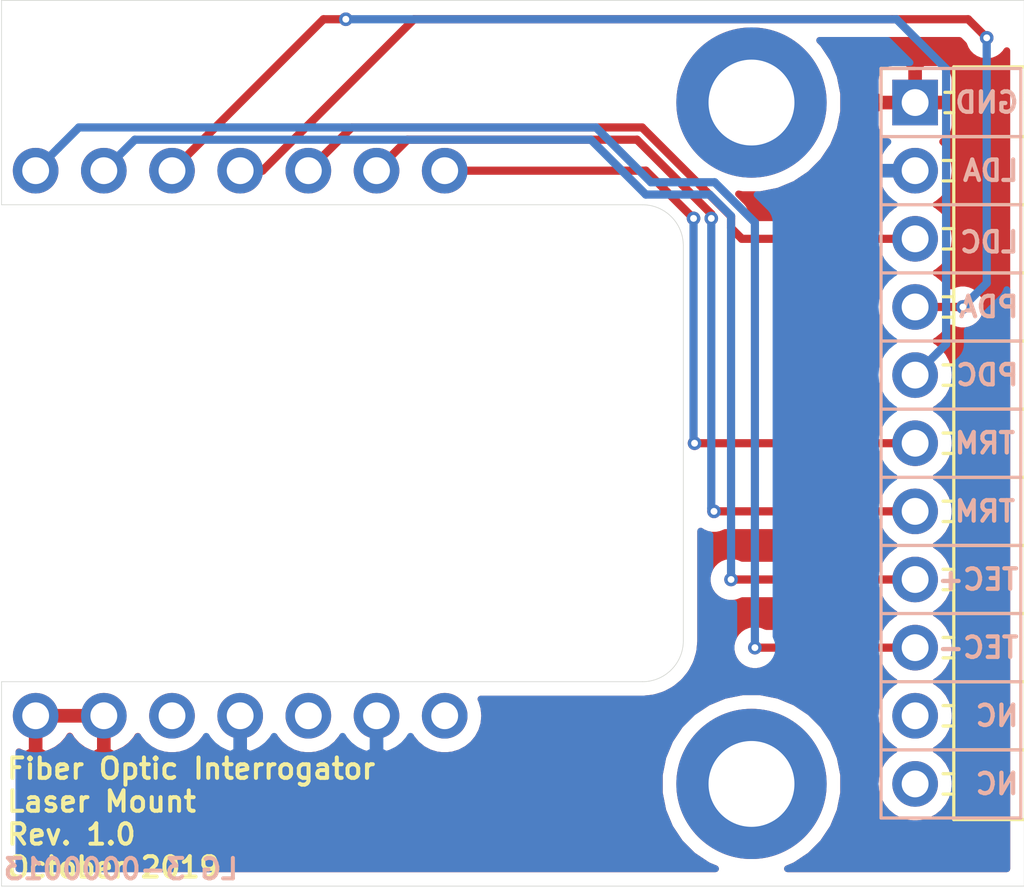
<source format=kicad_pcb>
(kicad_pcb (version 20171130) (host pcbnew "(5.1.2)-1")

  (general
    (thickness 1.6)
    (drawings 37)
    (tracks 60)
    (zones 0)
    (modules 4)
    (nets 10)
  )

  (page A4)
  (layers
    (0 F.Cu signal hide)
    (31 B.Cu signal hide)
    (32 B.Adhes user)
    (33 F.Adhes user)
    (34 B.Paste user)
    (35 F.Paste user)
    (36 B.SilkS user)
    (37 F.SilkS user)
    (38 B.Mask user)
    (39 F.Mask user)
    (40 Dwgs.User user)
    (41 Cmts.User user)
    (42 Eco1.User user)
    (43 Eco2.User user)
    (44 Edge.Cuts user)
    (45 Margin user)
    (46 B.CrtYd user)
    (47 F.CrtYd user)
    (48 B.Fab user)
    (49 F.Fab user)
  )

  (setup
    (last_trace_width 0.508)
    (user_trace_width 0.1524)
    (user_trace_width 0.254)
    (user_trace_width 0.3048)
    (user_trace_width 0.508)
    (user_trace_width 0.635)
    (user_trace_width 0.762)
    (user_trace_width 1.016)
    (user_trace_width 1.27)
    (user_trace_width 2.54)
    (trace_clearance 0.1524)
    (zone_clearance 0.508)
    (zone_45_only no)
    (trace_min 0.1524)
    (via_size 0.508)
    (via_drill 0.254)
    (via_min_size 0.508)
    (via_min_drill 0.254)
    (user_via 0.508 0.254)
    (user_via 1.016 0.508)
    (user_via 1.27 0.508)
    (uvia_size 0.508)
    (uvia_drill 0.254)
    (uvias_allowed no)
    (uvia_min_size 0.508)
    (uvia_min_drill 0.254)
    (edge_width 0.05)
    (segment_width 0.2)
    (pcb_text_width 0.3)
    (pcb_text_size 1.5 1.5)
    (mod_edge_width 0.12)
    (mod_text_size 1 1)
    (mod_text_width 0.15)
    (pad_size 1.524 1.524)
    (pad_drill 0.762)
    (pad_to_mask_clearance 0.0508)
    (aux_axis_origin 117.856002 85.090002)
    (grid_origin 117.856 85.09)
    (visible_elements FFFFFF7F)
    (pcbplotparams
      (layerselection 0x010fc_ffffffff)
      (usegerberextensions false)
      (usegerberattributes false)
      (usegerberadvancedattributes false)
      (creategerberjobfile false)
      (excludeedgelayer true)
      (linewidth 0.100000)
      (plotframeref false)
      (viasonmask false)
      (mode 1)
      (useauxorigin false)
      (hpglpennumber 1)
      (hpglpenspeed 20)
      (hpglpendiameter 15.000000)
      (psnegative false)
      (psa4output false)
      (plotreference true)
      (plotvalue true)
      (plotinvisibletext false)
      (padsonsilk false)
      (subtractmaskfromsilk false)
      (outputformat 1)
      (mirror false)
      (drillshape 1)
      (scaleselection 1)
      (outputdirectory ""))
  )

  (net 0 "")
  (net 1 TEC-)
  (net 2 TEC+)
  (net 3 THERMB)
  (net 4 THERMA)
  (net 5 PDC)
  (net 6 PDA)
  (net 7 LDC)
  (net 8 LDA)
  (net 9 GND)

  (net_class Default "This is the default net class."
    (clearance 0.1524)
    (trace_width 0.1524)
    (via_dia 0.508)
    (via_drill 0.254)
    (uvia_dia 0.508)
    (uvia_drill 0.254)
    (diff_pair_width 0.1524)
    (diff_pair_gap 0.254)
    (add_net GND)
    (add_net LDA)
    (add_net LDC)
    (add_net PDA)
    (add_net PDC)
    (add_net TEC+)
    (add_net TEC-)
    (add_net THERMA)
    (add_net THERMB)
  )

  (module Mounting_Holes:MountingHole_3.2mm_M3_DIN965_Pad (layer F.Cu) (tedit 56D1B4CB) (tstamp 5DB34F9E)
    (at 145.796 88.9)
    (descr "Mounting Hole 3.2mm, M3, DIN965")
    (tags "mounting hole 3.2mm m3 din965")
    (path /5DC3EDF0)
    (attr virtual)
    (fp_text reference H1 (at 0 -3.8) (layer F.SilkS) hide
      (effects (font (size 1 1) (thickness 0.15)))
    )
    (fp_text value M3 (at 0 3.8) (layer F.Fab)
      (effects (font (size 1 1) (thickness 0.15)))
    )
    (fp_circle (center 0 0) (end 3.05 0) (layer F.CrtYd) (width 0.05))
    (fp_circle (center 0 0) (end 2.8 0) (layer Cmts.User) (width 0.15))
    (fp_text user %R (at 0.3 0) (layer F.Fab)
      (effects (font (size 1 1) (thickness 0.15)))
    )
    (pad 1 thru_hole circle (at 0 0) (size 5.6 5.6) (drill 3.2) (layers *.Cu *.Mask))
  )

  (module Mounting_Holes:MountingHole_3.2mm_M3_DIN965_Pad (layer F.Cu) (tedit 56D1B4CB) (tstamp 5DB34FA6)
    (at 145.796 114.3)
    (descr "Mounting Hole 3.2mm, M3, DIN965")
    (tags "mounting hole 3.2mm m3 din965")
    (path /5DC3F4CE)
    (attr virtual)
    (fp_text reference H2 (at 0 -3.8) (layer F.SilkS) hide
      (effects (font (size 1 1) (thickness 0.15)))
    )
    (fp_text value M3 (at 0 3.8) (layer F.Fab)
      (effects (font (size 1 1) (thickness 0.15)))
    )
    (fp_text user %R (at 0.3 0) (layer F.Fab)
      (effects (font (size 1 1) (thickness 0.15)))
    )
    (fp_circle (center 0 0) (end 2.8 0) (layer Cmts.User) (width 0.15))
    (fp_circle (center 0 0) (end 3.05 0) (layer F.CrtYd) (width 0.05))
    (pad 1 thru_hole circle (at 0 0) (size 5.6 5.6) (drill 3.2) (layers *.Cu *.Mask))
  )

  (module Pin_Headers:Pin_Header_Angled_1x11_Pitch2.54mm (layer F.Cu) (tedit 59650532) (tstamp 5DB3505E)
    (at 151.892 88.9)
    (descr "Through hole angled pin header, 1x11, 2.54mm pitch, 6mm pin length, single row")
    (tags "Through hole angled pin header THT 1x11 2.54mm single row")
    (path /5DC32D0E)
    (fp_text reference J1 (at 4.385 -2.27) (layer F.SilkS) hide
      (effects (font (size 1 1) (thickness 0.15)))
    )
    (fp_text value "Board to Board" (at 4.385 27.67) (layer F.Fab)
      (effects (font (size 1 1) (thickness 0.15)))
    )
    (fp_text user %R (at -1.651 11.303 90) (layer F.Fab)
      (effects (font (size 1 1) (thickness 0.15)))
    )
    (fp_line (start 10.55 -1.8) (end -1.8 -1.8) (layer F.CrtYd) (width 0.05))
    (fp_line (start 10.55 27.2) (end 10.55 -1.8) (layer F.CrtYd) (width 0.05))
    (fp_line (start -1.8 27.2) (end 10.55 27.2) (layer F.CrtYd) (width 0.05))
    (fp_line (start -1.8 -1.8) (end -1.8 27.2) (layer F.CrtYd) (width 0.05))
    (fp_line (start -1.27 -1.27) (end 0 -1.27) (layer F.SilkS) (width 0.12))
    (fp_line (start -1.27 0) (end -1.27 -1.27) (layer F.SilkS) (width 0.12))
    (fp_line (start 1.042929 25.78) (end 1.44 25.78) (layer F.SilkS) (width 0.12))
    (fp_line (start 1.042929 25.02) (end 1.44 25.02) (layer F.SilkS) (width 0.12))
    (fp_line (start 10.1 25.78) (end 4.1 25.78) (layer F.SilkS) (width 0.12))
    (fp_line (start 10.1 25.02) (end 10.1 25.78) (layer F.SilkS) (width 0.12))
    (fp_line (start 4.1 25.02) (end 10.1 25.02) (layer F.SilkS) (width 0.12))
    (fp_line (start 1.44 24.13) (end 4.1 24.13) (layer F.SilkS) (width 0.12))
    (fp_line (start 1.042929 23.24) (end 1.44 23.24) (layer F.SilkS) (width 0.12))
    (fp_line (start 1.042929 22.48) (end 1.44 22.48) (layer F.SilkS) (width 0.12))
    (fp_line (start 10.1 23.24) (end 4.1 23.24) (layer F.SilkS) (width 0.12))
    (fp_line (start 10.1 22.48) (end 10.1 23.24) (layer F.SilkS) (width 0.12))
    (fp_line (start 4.1 22.48) (end 10.1 22.48) (layer F.SilkS) (width 0.12))
    (fp_line (start 1.44 21.59) (end 4.1 21.59) (layer F.SilkS) (width 0.12))
    (fp_line (start 1.042929 20.7) (end 1.44 20.7) (layer F.SilkS) (width 0.12))
    (fp_line (start 1.042929 19.94) (end 1.44 19.94) (layer F.SilkS) (width 0.12))
    (fp_line (start 10.1 20.7) (end 4.1 20.7) (layer F.SilkS) (width 0.12))
    (fp_line (start 10.1 19.94) (end 10.1 20.7) (layer F.SilkS) (width 0.12))
    (fp_line (start 4.1 19.94) (end 10.1 19.94) (layer F.SilkS) (width 0.12))
    (fp_line (start 1.44 19.05) (end 4.1 19.05) (layer F.SilkS) (width 0.12))
    (fp_line (start 1.042929 18.16) (end 1.44 18.16) (layer F.SilkS) (width 0.12))
    (fp_line (start 1.042929 17.4) (end 1.44 17.4) (layer F.SilkS) (width 0.12))
    (fp_line (start 10.1 18.16) (end 4.1 18.16) (layer F.SilkS) (width 0.12))
    (fp_line (start 10.1 17.4) (end 10.1 18.16) (layer F.SilkS) (width 0.12))
    (fp_line (start 4.1 17.4) (end 10.1 17.4) (layer F.SilkS) (width 0.12))
    (fp_line (start 1.44 16.51) (end 4.1 16.51) (layer F.SilkS) (width 0.12))
    (fp_line (start 1.042929 15.62) (end 1.44 15.62) (layer F.SilkS) (width 0.12))
    (fp_line (start 1.042929 14.86) (end 1.44 14.86) (layer F.SilkS) (width 0.12))
    (fp_line (start 10.1 15.62) (end 4.1 15.62) (layer F.SilkS) (width 0.12))
    (fp_line (start 10.1 14.86) (end 10.1 15.62) (layer F.SilkS) (width 0.12))
    (fp_line (start 4.1 14.86) (end 10.1 14.86) (layer F.SilkS) (width 0.12))
    (fp_line (start 1.44 13.97) (end 4.1 13.97) (layer F.SilkS) (width 0.12))
    (fp_line (start 1.042929 13.08) (end 1.44 13.08) (layer F.SilkS) (width 0.12))
    (fp_line (start 1.042929 12.32) (end 1.44 12.32) (layer F.SilkS) (width 0.12))
    (fp_line (start 10.1 13.08) (end 4.1 13.08) (layer F.SilkS) (width 0.12))
    (fp_line (start 10.1 12.32) (end 10.1 13.08) (layer F.SilkS) (width 0.12))
    (fp_line (start 4.1 12.32) (end 10.1 12.32) (layer F.SilkS) (width 0.12))
    (fp_line (start 1.44 11.43) (end 4.1 11.43) (layer F.SilkS) (width 0.12))
    (fp_line (start 1.042929 10.54) (end 1.44 10.54) (layer F.SilkS) (width 0.12))
    (fp_line (start 1.042929 9.78) (end 1.44 9.78) (layer F.SilkS) (width 0.12))
    (fp_line (start 10.1 10.54) (end 4.1 10.54) (layer F.SilkS) (width 0.12))
    (fp_line (start 10.1 9.78) (end 10.1 10.54) (layer F.SilkS) (width 0.12))
    (fp_line (start 4.1 9.78) (end 10.1 9.78) (layer F.SilkS) (width 0.12))
    (fp_line (start 1.44 8.89) (end 4.1 8.89) (layer F.SilkS) (width 0.12))
    (fp_line (start 1.042929 8) (end 1.44 8) (layer F.SilkS) (width 0.12))
    (fp_line (start 1.042929 7.24) (end 1.44 7.24) (layer F.SilkS) (width 0.12))
    (fp_line (start 10.1 8) (end 4.1 8) (layer F.SilkS) (width 0.12))
    (fp_line (start 10.1 7.24) (end 10.1 8) (layer F.SilkS) (width 0.12))
    (fp_line (start 4.1 7.24) (end 10.1 7.24) (layer F.SilkS) (width 0.12))
    (fp_line (start 1.44 6.35) (end 4.1 6.35) (layer F.SilkS) (width 0.12))
    (fp_line (start 1.042929 5.46) (end 1.44 5.46) (layer F.SilkS) (width 0.12))
    (fp_line (start 1.042929 4.7) (end 1.44 4.7) (layer F.SilkS) (width 0.12))
    (fp_line (start 10.1 5.46) (end 4.1 5.46) (layer F.SilkS) (width 0.12))
    (fp_line (start 10.1 4.7) (end 10.1 5.46) (layer F.SilkS) (width 0.12))
    (fp_line (start 4.1 4.7) (end 10.1 4.7) (layer F.SilkS) (width 0.12))
    (fp_line (start 1.44 3.81) (end 4.1 3.81) (layer F.SilkS) (width 0.12))
    (fp_line (start 1.042929 2.92) (end 1.44 2.92) (layer F.SilkS) (width 0.12))
    (fp_line (start 1.042929 2.16) (end 1.44 2.16) (layer F.SilkS) (width 0.12))
    (fp_line (start 10.1 2.92) (end 4.1 2.92) (layer F.SilkS) (width 0.12))
    (fp_line (start 10.1 2.16) (end 10.1 2.92) (layer F.SilkS) (width 0.12))
    (fp_line (start 4.1 2.16) (end 10.1 2.16) (layer F.SilkS) (width 0.12))
    (fp_line (start 1.44 1.27) (end 4.1 1.27) (layer F.SilkS) (width 0.12))
    (fp_line (start 1.11 0.38) (end 1.44 0.38) (layer F.SilkS) (width 0.12))
    (fp_line (start 1.11 -0.38) (end 1.44 -0.38) (layer F.SilkS) (width 0.12))
    (fp_line (start 4.1 0.28) (end 10.1 0.28) (layer F.SilkS) (width 0.12))
    (fp_line (start 4.1 0.16) (end 10.1 0.16) (layer F.SilkS) (width 0.12))
    (fp_line (start 4.1 0.04) (end 10.1 0.04) (layer F.SilkS) (width 0.12))
    (fp_line (start 4.1 -0.08) (end 10.1 -0.08) (layer F.SilkS) (width 0.12))
    (fp_line (start 4.1 -0.2) (end 10.1 -0.2) (layer F.SilkS) (width 0.12))
    (fp_line (start 4.1 -0.32) (end 10.1 -0.32) (layer F.SilkS) (width 0.12))
    (fp_line (start 10.1 0.38) (end 4.1 0.38) (layer F.SilkS) (width 0.12))
    (fp_line (start 10.1 -0.38) (end 10.1 0.38) (layer F.SilkS) (width 0.12))
    (fp_line (start 4.1 -0.38) (end 10.1 -0.38) (layer F.SilkS) (width 0.12))
    (fp_line (start 4.1 -1.33) (end 1.44 -1.33) (layer F.SilkS) (width 0.12))
    (fp_line (start 4.1 26.73) (end 4.1 -1.33) (layer F.SilkS) (width 0.12))
    (fp_line (start 1.44 26.73) (end 4.1 26.73) (layer F.SilkS) (width 0.12))
    (fp_line (start 1.44 -1.33) (end 1.44 26.73) (layer F.SilkS) (width 0.12))
    (fp_line (start 4.04 25.72) (end 10.04 25.72) (layer F.Fab) (width 0.1))
    (fp_line (start 10.04 25.08) (end 10.04 25.72) (layer F.Fab) (width 0.1))
    (fp_line (start 4.04 25.08) (end 10.04 25.08) (layer F.Fab) (width 0.1))
    (fp_line (start -0.32 25.72) (end 1.5 25.72) (layer F.Fab) (width 0.1))
    (fp_line (start -0.32 25.08) (end -0.32 25.72) (layer F.Fab) (width 0.1))
    (fp_line (start -0.32 25.08) (end 1.5 25.08) (layer F.Fab) (width 0.1))
    (fp_line (start 4.04 23.18) (end 10.04 23.18) (layer F.Fab) (width 0.1))
    (fp_line (start 10.04 22.54) (end 10.04 23.18) (layer F.Fab) (width 0.1))
    (fp_line (start 4.04 22.54) (end 10.04 22.54) (layer F.Fab) (width 0.1))
    (fp_line (start -0.32 23.18) (end 1.5 23.18) (layer F.Fab) (width 0.1))
    (fp_line (start -0.32 22.54) (end -0.32 23.18) (layer F.Fab) (width 0.1))
    (fp_line (start -0.32 22.54) (end 1.5 22.54) (layer F.Fab) (width 0.1))
    (fp_line (start 4.04 20.64) (end 10.04 20.64) (layer F.Fab) (width 0.1))
    (fp_line (start 10.04 20) (end 10.04 20.64) (layer F.Fab) (width 0.1))
    (fp_line (start 4.04 20) (end 10.04 20) (layer F.Fab) (width 0.1))
    (fp_line (start -0.32 20.64) (end 1.5 20.64) (layer F.Fab) (width 0.1))
    (fp_line (start -0.32 20) (end -0.32 20.64) (layer F.Fab) (width 0.1))
    (fp_line (start -0.32 20) (end 1.5 20) (layer F.Fab) (width 0.1))
    (fp_line (start 4.04 18.1) (end 10.04 18.1) (layer F.Fab) (width 0.1))
    (fp_line (start 10.04 17.46) (end 10.04 18.1) (layer F.Fab) (width 0.1))
    (fp_line (start 4.04 17.46) (end 10.04 17.46) (layer F.Fab) (width 0.1))
    (fp_line (start -0.32 18.1) (end 1.5 18.1) (layer F.Fab) (width 0.1))
    (fp_line (start -0.32 17.46) (end -0.32 18.1) (layer F.Fab) (width 0.1))
    (fp_line (start -0.32 17.46) (end 1.5 17.46) (layer F.Fab) (width 0.1))
    (fp_line (start 4.04 15.56) (end 10.04 15.56) (layer F.Fab) (width 0.1))
    (fp_line (start 10.04 14.92) (end 10.04 15.56) (layer F.Fab) (width 0.1))
    (fp_line (start 4.04 14.92) (end 10.04 14.92) (layer F.Fab) (width 0.1))
    (fp_line (start -0.32 15.56) (end 1.5 15.56) (layer F.Fab) (width 0.1))
    (fp_line (start -0.32 14.92) (end -0.32 15.56) (layer F.Fab) (width 0.1))
    (fp_line (start -0.32 14.92) (end 1.5 14.92) (layer F.Fab) (width 0.1))
    (fp_line (start 4.04 13.02) (end 10.04 13.02) (layer F.Fab) (width 0.1))
    (fp_line (start 10.04 12.38) (end 10.04 13.02) (layer F.Fab) (width 0.1))
    (fp_line (start 4.04 12.38) (end 10.04 12.38) (layer F.Fab) (width 0.1))
    (fp_line (start -0.32 13.02) (end 1.5 13.02) (layer F.Fab) (width 0.1))
    (fp_line (start -0.32 12.38) (end -0.32 13.02) (layer F.Fab) (width 0.1))
    (fp_line (start -0.32 12.38) (end 1.5 12.38) (layer F.Fab) (width 0.1))
    (fp_line (start 4.04 10.48) (end 10.04 10.48) (layer F.Fab) (width 0.1))
    (fp_line (start 10.04 9.84) (end 10.04 10.48) (layer F.Fab) (width 0.1))
    (fp_line (start 4.04 9.84) (end 10.04 9.84) (layer F.Fab) (width 0.1))
    (fp_line (start -0.32 10.48) (end 1.5 10.48) (layer F.Fab) (width 0.1))
    (fp_line (start -0.32 9.84) (end -0.32 10.48) (layer F.Fab) (width 0.1))
    (fp_line (start -0.32 9.84) (end 1.5 9.84) (layer F.Fab) (width 0.1))
    (fp_line (start 4.04 7.94) (end 10.04 7.94) (layer F.Fab) (width 0.1))
    (fp_line (start 10.04 7.3) (end 10.04 7.94) (layer F.Fab) (width 0.1))
    (fp_line (start 4.04 7.3) (end 10.04 7.3) (layer F.Fab) (width 0.1))
    (fp_line (start -0.32 7.94) (end 1.5 7.94) (layer F.Fab) (width 0.1))
    (fp_line (start -0.32 7.3) (end -0.32 7.94) (layer F.Fab) (width 0.1))
    (fp_line (start -0.32 7.3) (end 1.5 7.3) (layer F.Fab) (width 0.1))
    (fp_line (start 4.04 5.4) (end 10.04 5.4) (layer F.Fab) (width 0.1))
    (fp_line (start 10.04 4.76) (end 10.04 5.4) (layer F.Fab) (width 0.1))
    (fp_line (start 4.04 4.76) (end 10.04 4.76) (layer F.Fab) (width 0.1))
    (fp_line (start -0.32 5.4) (end 1.5 5.4) (layer F.Fab) (width 0.1))
    (fp_line (start -0.32 4.76) (end -0.32 5.4) (layer F.Fab) (width 0.1))
    (fp_line (start -0.32 4.76) (end 1.5 4.76) (layer F.Fab) (width 0.1))
    (fp_line (start 4.04 2.86) (end 10.04 2.86) (layer F.Fab) (width 0.1))
    (fp_line (start 10.04 2.22) (end 10.04 2.86) (layer F.Fab) (width 0.1))
    (fp_line (start 4.04 2.22) (end 10.04 2.22) (layer F.Fab) (width 0.1))
    (fp_line (start -0.32 2.86) (end 1.5 2.86) (layer F.Fab) (width 0.1))
    (fp_line (start -0.32 2.22) (end -0.32 2.86) (layer F.Fab) (width 0.1))
    (fp_line (start -0.32 2.22) (end 1.5 2.22) (layer F.Fab) (width 0.1))
    (fp_line (start 4.04 0.32) (end 10.04 0.32) (layer F.Fab) (width 0.1))
    (fp_line (start 10.04 -0.32) (end 10.04 0.32) (layer F.Fab) (width 0.1))
    (fp_line (start 4.04 -0.32) (end 10.04 -0.32) (layer F.Fab) (width 0.1))
    (fp_line (start -0.32 0.32) (end 1.5 0.32) (layer F.Fab) (width 0.1))
    (fp_line (start -0.32 -0.32) (end -0.32 0.32) (layer F.Fab) (width 0.1))
    (fp_line (start -0.32 -0.32) (end 1.5 -0.32) (layer F.Fab) (width 0.1))
    (fp_line (start 1.5 -0.635) (end 2.135 -1.27) (layer F.Fab) (width 0.1))
    (fp_line (start 1.5 26.67) (end 1.5 -0.635) (layer F.Fab) (width 0.1))
    (fp_line (start 4.04 26.67) (end 1.5 26.67) (layer F.Fab) (width 0.1))
    (fp_line (start 4.04 -1.27) (end 4.04 26.67) (layer F.Fab) (width 0.1))
    (fp_line (start 2.135 -1.27) (end 4.04 -1.27) (layer F.Fab) (width 0.1))
    (pad 11 thru_hole oval (at 0 25.4) (size 1.7 1.7) (drill 1) (layers *.Cu *.Mask))
    (pad 10 thru_hole oval (at 0 22.86) (size 1.7 1.7) (drill 1) (layers *.Cu *.Mask))
    (pad 9 thru_hole oval (at 0 20.32) (size 1.7 1.7) (drill 1) (layers *.Cu *.Mask)
      (net 1 TEC-))
    (pad 8 thru_hole oval (at 0 17.78) (size 1.7 1.7) (drill 1) (layers *.Cu *.Mask)
      (net 2 TEC+))
    (pad 7 thru_hole oval (at 0 15.24) (size 1.7 1.7) (drill 1) (layers *.Cu *.Mask)
      (net 3 THERMB))
    (pad 6 thru_hole oval (at 0 12.7) (size 1.7 1.7) (drill 1) (layers *.Cu *.Mask)
      (net 4 THERMA))
    (pad 5 thru_hole oval (at 0 10.16) (size 1.7 1.7) (drill 1) (layers *.Cu *.Mask)
      (net 5 PDC))
    (pad 4 thru_hole oval (at 0 7.62) (size 1.7 1.7) (drill 1) (layers *.Cu *.Mask)
      (net 6 PDA))
    (pad 3 thru_hole oval (at 0 5.08) (size 1.7 1.7) (drill 1) (layers *.Cu *.Mask)
      (net 7 LDC))
    (pad 2 thru_hole oval (at 0 2.54) (size 1.7 1.7) (drill 1) (layers *.Cu *.Mask)
      (net 8 LDA))
    (pad 1 thru_hole rect (at 0 0) (size 1.7 1.7) (drill 1) (layers *.Cu *.Mask)
      (net 9 GND))
    (model ${KISYS3DMOD}/Pin_Headers.3dshapes/Pin_Header_Angled_1x11_Pitch2.54mm.wrl
      (at (xyz 0 0 0))
      (scale (xyz 1 1 1))
      (rotate (xyz 0 0 0))
    )
  )

  (module lib_fp:LaserDiode (layer F.Cu) (tedit 5DB34C99) (tstamp 5DB35070)
    (at 126.746 101.6 270)
    (path /5DC3A7BF)
    (fp_text reference U1 (at -13.75 -7.75 90) (layer F.SilkS) hide
      (effects (font (size 1 1) (thickness 0.15)))
    )
    (fp_text value LaserDiode (at 0.05 8.128 90) (layer F.Fab)
      (effects (font (size 1 1) (thickness 0.15)))
    )
    (pad 1 thru_hole oval (at -10.16 -7.62 270) (size 1.7 1.7) (drill 1) (layers *.Cu *.Mask)
      (net 4 THERMA))
    (pad 2 thru_hole oval (at -10.16 -5.08 270) (size 1.7 1.7) (drill 1) (layers *.Cu *.Mask)
      (net 3 THERMB))
    (pad 3 thru_hole oval (at -10.16 -2.54 270) (size 1.7 1.7) (drill 1) (layers *.Cu *.Mask)
      (net 7 LDC))
    (pad 4 thru_hole oval (at -10.16 0 270) (size 1.7 1.7) (drill 1) (layers *.Cu *.Mask)
      (net 6 PDA))
    (pad 5 thru_hole oval (at -10.16 2.54 270) (size 1.7 1.7) (drill 1) (layers *.Cu *.Mask)
      (net 5 PDC))
    (pad 6 thru_hole oval (at -10.16 5.08 270) (size 1.7 1.7) (drill 1) (layers *.Cu *.Mask)
      (net 2 TEC+))
    (pad 7 thru_hole oval (at -10.16 7.62 270) (size 1.7 1.7) (drill 1) (layers *.Cu *.Mask)
      (net 1 TEC-))
    (pad 8 thru_hole oval (at 10.16 7.62 270) (size 1.7 1.7) (drill 1) (layers *.Cu *.Mask)
      (net 9 GND))
    (pad 9 thru_hole oval (at 10.16 5.08 270) (size 1.7 1.7) (drill 1) (layers *.Cu *.Mask)
      (net 9 GND))
    (pad 10 thru_hole oval (at 10.16 2.54 270) (size 1.7 1.7) (drill 1) (layers *.Cu *.Mask))
    (pad 11 thru_hole oval (at 10.16 0 270) (size 1.7 1.7) (drill 1) (layers *.Cu *.Mask)
      (net 8 LDA))
    (pad 12 thru_hole oval (at 10.16 -2.54 270) (size 1.7 1.7) (drill 1) (layers *.Cu *.Mask))
    (pad 13 thru_hole oval (at 10.16 -5.08 270) (size 1.7 1.7) (drill 1) (layers *.Cu *.Mask)
      (net 8 LDA))
    (pad 14 thru_hole oval (at 10.16 -7.62 270) (size 1.7 1.7) (drill 1) (layers *.Cu *.Mask))
  )

  (gr_line (start 155.829 90.17) (end 150.622 90.17) (layer B.SilkS) (width 0.12))
  (gr_line (start 155.829 92.71) (end 150.622 92.71) (layer B.SilkS) (width 0.12))
  (gr_line (start 155.829 95.25) (end 150.622 95.25) (layer B.SilkS) (width 0.12))
  (gr_line (start 155.829 97.79) (end 150.622 97.79) (layer B.SilkS) (width 0.12))
  (gr_line (start 155.829 100.33) (end 150.622 100.33) (layer B.SilkS) (width 0.12))
  (gr_line (start 155.829 102.87) (end 150.622 102.87) (layer B.SilkS) (width 0.12))
  (gr_line (start 155.829 105.41) (end 150.622 105.41) (layer B.SilkS) (width 0.12))
  (gr_line (start 155.829 107.95) (end 150.622 107.95) (layer B.SilkS) (width 0.12))
  (gr_line (start 150.622 110.49) (end 155.829 110.49) (layer B.SilkS) (width 0.12))
  (gr_line (start 155.829 113.03) (end 150.622 113.03) (layer B.SilkS) (width 0.12))
  (gr_line (start 155.829 87.63) (end 150.622 87.63) (layer B.SilkS) (width 0.12) (tstamp 5DB61B88))
  (gr_line (start 155.829 115.57) (end 155.829 87.63) (layer B.SilkS) (width 0.12))
  (gr_line (start 150.622 115.57) (end 155.829 115.57) (layer B.SilkS) (width 0.12))
  (gr_line (start 150.622 87.63) (end 150.622 115.57) (layer B.SilkS) (width 0.12))
  (gr_text NC (at 155.829 114.3) (layer B.SilkS) (tstamp 5DB61B85)
    (effects (font (size 0.762 0.762) (thickness 0.15875)) (justify left mirror))
  )
  (gr_text LDA (at 155.829 91.44) (layer B.SilkS) (tstamp 5DB61B9C)
    (effects (font (size 0.762 0.762) (thickness 0.15875)) (justify left mirror))
  )
  (gr_text NC (at 155.829 111.76) (layer B.SilkS) (tstamp 5DB60CFB)
    (effects (font (size 0.762 0.762) (thickness 0.15875)) (justify left mirror))
  )
  (gr_text TEC- (at 155.829 109.22) (layer B.SilkS) (tstamp 5DB60CF9)
    (effects (font (size 0.762 0.762) (thickness 0.15875)) (justify left mirror))
  )
  (gr_text TEC+ (at 155.829 106.68) (layer B.SilkS) (tstamp 5DB61BA5)
    (effects (font (size 0.762 0.762) (thickness 0.15875)) (justify left mirror))
  )
  (gr_text TRM (at 155.702 104.14) (layer B.SilkS) (tstamp 5DB60CF5)
    (effects (font (size 0.762 0.762) (thickness 0.15875)) (justify left mirror))
  )
  (gr_text TRM (at 155.702 101.6) (layer B.SilkS) (tstamp 5DB60CF3)
    (effects (font (size 0.762 0.762) (thickness 0.15875)) (justify left mirror))
  )
  (gr_text PDC (at 155.829 99.06) (layer B.SilkS) (tstamp 5DB60CF1)
    (effects (font (size 0.762 0.762) (thickness 0.15875)) (justify left mirror))
  )
  (gr_text PDA (at 155.829 96.52) (layer B.SilkS) (tstamp 5DB60CEF)
    (effects (font (size 0.762 0.762) (thickness 0.15875)) (justify left mirror))
  )
  (gr_text LDC (at 155.829 94.107) (layer B.SilkS) (tstamp 5DB61B96)
    (effects (font (size 0.762 0.762) (thickness 0.15875)) (justify left mirror))
  )
  (gr_text GND (at 155.829 88.9) (layer B.SilkS)
    (effects (font (size 0.762 0.762) (thickness 0.15875)) (justify left mirror))
  )
  (gr_text "LG 3-0000013" (at 122.301 117.475) (layer B.SilkS)
    (effects (font (size 0.762 0.762) (thickness 0.15)) (justify mirror))
  )
  (gr_text "Fiber Optic Interrogator\nLaser Mount\nRev. 1.0\nOctober 2019" (at 117.983 115.57) (layer F.SilkS)
    (effects (font (size 0.762 0.762) (thickness 0.15)) (justify left))
  )
  (gr_line (start 117.856002 85.090002) (end 155.956 85.090002) (layer Edge.Cuts) (width 0.0254))
  (gr_line (start 155.956 85.090002) (end 155.956 118.11) (layer Edge.Cuts) (width 0.0254))
  (gr_line (start 143.256 108.966) (end 143.256001 94.234001) (layer Edge.Cuts) (width 0.0254))
  (gr_line (start 141.732001 92.710001) (end 117.856002 92.710001) (layer Edge.Cuts) (width 0.0254))
  (gr_arc (start 141.732001 108.966) (end 141.732001 110.49) (angle -90) (layer Edge.Cuts) (width 0.0254))
  (gr_line (start 117.856002 110.49) (end 141.732001 110.49) (layer Edge.Cuts) (width 0.0254))
  (gr_arc (start 141.732001 94.234001) (end 143.256001 94.234001) (angle -90) (layer Edge.Cuts) (width 0.0254))
  (gr_line (start 117.856002 92.710001) (end 117.856002 85.090002) (layer Edge.Cuts) (width 0.0254))
  (gr_line (start 117.856002 118.11) (end 117.856002 110.49) (layer Edge.Cuts) (width 0.0254))
  (gr_line (start 155.956 118.11) (end 117.856002 118.11) (layer Edge.Cuts) (width 0.0254))

  (via (at 145.923 109.22) (size 0.508) (drill 0.254) (layers F.Cu B.Cu) (net 1))
  (segment (start 145.923 109.22) (end 151.892 109.22) (width 0.3048) (layer F.Cu) (net 1))
  (segment (start 119.975999 90.590001) (end 119.126 91.44) (width 0.3048) (layer B.Cu) (net 1))
  (segment (start 145.923 109.22) (end 145.923 93.36998) (width 0.3048) (layer B.Cu) (net 1))
  (segment (start 145.923 93.36998) (end 144.42481 91.87179) (width 0.3048) (layer B.Cu) (net 1))
  (segment (start 144.42481 91.87179) (end 142.048382 91.87179) (width 0.3048) (layer B.Cu) (net 1))
  (segment (start 142.048382 91.87179) (end 140.004581 89.827989) (width 0.3048) (layer B.Cu) (net 1))
  (segment (start 140.004581 89.827989) (end 120.738011 89.827989) (width 0.3048) (layer B.Cu) (net 1))
  (segment (start 120.738011 89.827989) (end 119.975999 90.590001) (width 0.3048) (layer B.Cu) (net 1))
  (segment (start 145.034 106.68) (end 151.892 106.68) (width 0.3048) (layer F.Cu) (net 2))
  (via (at 145.034 106.68) (size 0.508) (drill 0.254) (layers F.Cu B.Cu) (net 2))
  (segment (start 145.034 93.127571) (end 145.034 106.68) (width 0.3048) (layer B.Cu) (net 2))
  (segment (start 144.235428 92.329) (end 145.034 93.127571) (width 0.3048) (layer B.Cu) (net 2))
  (segment (start 141.859 92.329) (end 144.235428 92.329) (width 0.3048) (layer B.Cu) (net 2))
  (segment (start 139.815199 90.285199) (end 141.859 92.329) (width 0.3048) (layer B.Cu) (net 2))
  (segment (start 121.666 91.44) (end 122.820801 90.285199) (width 0.3048) (layer B.Cu) (net 2))
  (segment (start 122.820801 90.285199) (end 139.815199 90.285199) (width 0.3048) (layer B.Cu) (net 2))
  (via (at 144.297403 93.218) (size 0.508) (drill 0.254) (layers F.Cu B.Cu) (net 3))
  (segment (start 144.297403 93.051377) (end 144.297403 93.218) (width 0.3048) (layer F.Cu) (net 3))
  (segment (start 141.531225 90.285199) (end 144.297403 93.051377) (width 0.3048) (layer F.Cu) (net 3))
  (segment (start 131.826 91.44) (end 132.980801 90.285199) (width 0.3048) (layer F.Cu) (net 3))
  (segment (start 132.980801 90.285199) (end 141.531225 90.285199) (width 0.3048) (layer F.Cu) (net 3))
  (via (at 144.399 104.14) (size 0.508) (drill 0.254) (layers F.Cu B.Cu) (net 3))
  (segment (start 144.297403 93.218) (end 144.297403 104.038403) (width 0.3048) (layer B.Cu) (net 3))
  (segment (start 144.297403 104.038403) (end 144.399 104.14) (width 0.3048) (layer B.Cu) (net 3))
  (segment (start 144.399 104.14) (end 151.892 104.14) (width 0.3048) (layer F.Cu) (net 3))
  (via (at 143.637 93.218) (size 0.508) (drill 0.254) (layers F.Cu B.Cu) (net 4))
  (segment (start 134.366 91.44) (end 141.859 91.44) (width 0.3048) (layer F.Cu) (net 4))
  (segment (start 141.859 91.44) (end 143.637 93.218) (width 0.3048) (layer F.Cu) (net 4))
  (via (at 143.6751 101.6) (size 0.508) (drill 0.254) (layers F.Cu B.Cu) (net 4))
  (segment (start 143.637 93.218) (end 143.637 101.5619) (width 0.3048) (layer B.Cu) (net 4))
  (segment (start 143.637 101.5619) (end 143.6751 101.6) (width 0.3048) (layer B.Cu) (net 4))
  (segment (start 143.6751 101.6) (end 151.892 101.6) (width 0.3048) (layer F.Cu) (net 4))
  (segment (start 130.681695 85.795199) (end 151.200199 85.795199) (width 0.3048) (layer B.Cu) (net 5))
  (segment (start 152.741999 98.210001) (end 151.892 99.06) (width 0.3048) (layer B.Cu) (net 5))
  (segment (start 153.046801 97.905199) (end 152.741999 98.210001) (width 0.3048) (layer B.Cu) (net 5))
  (segment (start 153.046801 87.641801) (end 153.046801 97.905199) (width 0.3048) (layer B.Cu) (net 5))
  (segment (start 151.200199 85.795199) (end 153.046801 87.641801) (width 0.3048) (layer B.Cu) (net 5))
  (via (at 130.681695 85.795199) (size 0.508) (drill 0.254) (layers F.Cu B.Cu) (net 5))
  (segment (start 129.850801 85.795199) (end 130.681695 85.795199) (width 0.3048) (layer F.Cu) (net 5))
  (segment (start 124.206 91.44) (end 129.850801 85.795199) (width 0.3048) (layer F.Cu) (net 5))
  (segment (start 127.576894 91.44) (end 133.221695 85.795199) (width 0.3048) (layer F.Cu) (net 6))
  (segment (start 133.221695 85.795199) (end 151.035841 85.795199) (width 0.3048) (layer F.Cu) (net 6))
  (segment (start 126.746 91.44) (end 127.576894 91.44) (width 0.3048) (layer F.Cu) (net 6))
  (via (at 154.559 86.487) (size 0.508) (drill 0.254) (layers F.Cu B.Cu) (net 6))
  (segment (start 151.035841 85.795199) (end 153.867199 85.795199) (width 0.3048) (layer F.Cu) (net 6))
  (segment (start 153.867199 85.795199) (end 154.559 86.487) (width 0.3048) (layer F.Cu) (net 6))
  (via (at 153.67 96.52) (size 0.508) (drill 0.254) (layers F.Cu B.Cu) (net 6))
  (segment (start 154.559 95.631) (end 153.67 96.52) (width 0.3048) (layer B.Cu) (net 6))
  (segment (start 154.559 94.488) (end 154.559 95.631) (width 0.3048) (layer B.Cu) (net 6))
  (segment (start 154.559 86.487) (end 154.559 94.488) (width 0.3048) (layer B.Cu) (net 6))
  (segment (start 153.67 96.52) (end 151.892 96.52) (width 0.3048) (layer F.Cu) (net 6))
  (segment (start 145.034 93.141382) (end 145.034 93.218) (width 0.3048) (layer F.Cu) (net 7))
  (segment (start 141.720608 89.82799) (end 145.034 93.141382) (width 0.3048) (layer F.Cu) (net 7))
  (segment (start 129.286 91.44) (end 130.89801 89.82799) (width 0.3048) (layer F.Cu) (net 7))
  (segment (start 130.89801 89.82799) (end 141.720608 89.82799) (width 0.3048) (layer F.Cu) (net 7))
  (segment (start 150.689919 93.98) (end 151.892 93.98) (width 0.3048) (layer F.Cu) (net 7))
  (segment (start 145.43679 93.98) (end 150.689919 93.98) (width 0.3048) (layer F.Cu) (net 7))
  (segment (start 145.034 93.57721) (end 145.43679 93.98) (width 0.3048) (layer F.Cu) (net 7))
  (segment (start 145.034 93.218) (end 145.034 93.57721) (width 0.3048) (layer F.Cu) (net 7))

  (zone (net 8) (net_name LDA) (layer B.Cu) (tstamp 0) (hatch edge 0.508)
    (connect_pads (clearance 0.508))
    (min_thickness 0.254)
    (fill yes (arc_segments 32) (thermal_gap 0.508) (thermal_bridge_width 0.508))
    (polygon
      (pts
        (xy 115.316 82.55) (xy 163.576 82.55) (xy 163.576 120.65) (xy 115.316 120.65)
      )
    )
    (filled_polygon
      (pts
        (xy 151.703377 87.411928) (xy 151.042 87.411928) (xy 150.917518 87.424188) (xy 150.79782 87.460498) (xy 150.687506 87.519463)
        (xy 150.590815 87.598815) (xy 150.511463 87.695506) (xy 150.452498 87.80582) (xy 150.416188 87.925518) (xy 150.403928 88.05)
        (xy 150.403928 89.75) (xy 150.416188 89.874482) (xy 150.452498 89.99418) (xy 150.511463 90.104494) (xy 150.590815 90.201185)
        (xy 150.687506 90.280537) (xy 150.79782 90.339502) (xy 150.878466 90.363966) (xy 150.794412 90.439731) (xy 150.620359 90.67308)
        (xy 150.495175 90.935901) (xy 150.450524 91.08311) (xy 150.571845 91.313) (xy 151.765 91.313) (xy 151.765 91.293)
        (xy 152.019 91.293) (xy 152.019 91.313) (xy 152.039 91.313) (xy 152.039 91.567) (xy 152.019 91.567)
        (xy 152.019 91.587) (xy 151.765 91.587) (xy 151.765 91.567) (xy 150.571845 91.567) (xy 150.450524 91.79689)
        (xy 150.495175 91.944099) (xy 150.620359 92.20692) (xy 150.794412 92.440269) (xy 151.010645 92.635178) (xy 151.127523 92.704799)
        (xy 151.062986 92.739294) (xy 150.836866 92.924866) (xy 150.651294 93.150986) (xy 150.513401 93.408966) (xy 150.428487 93.688889)
        (xy 150.399815 93.98) (xy 150.428487 94.271111) (xy 150.513401 94.551034) (xy 150.651294 94.809014) (xy 150.836866 95.035134)
        (xy 151.062986 95.220706) (xy 151.117791 95.25) (xy 151.062986 95.279294) (xy 150.836866 95.464866) (xy 150.651294 95.690986)
        (xy 150.513401 95.948966) (xy 150.428487 96.228889) (xy 150.399815 96.52) (xy 150.428487 96.811111) (xy 150.513401 97.091034)
        (xy 150.651294 97.349014) (xy 150.836866 97.575134) (xy 151.062986 97.760706) (xy 151.117791 97.79) (xy 151.062986 97.819294)
        (xy 150.836866 98.004866) (xy 150.651294 98.230986) (xy 150.513401 98.488966) (xy 150.428487 98.768889) (xy 150.399815 99.06)
        (xy 150.428487 99.351111) (xy 150.513401 99.631034) (xy 150.651294 99.889014) (xy 150.836866 100.115134) (xy 151.062986 100.300706)
        (xy 151.117791 100.33) (xy 151.062986 100.359294) (xy 150.836866 100.544866) (xy 150.651294 100.770986) (xy 150.513401 101.028966)
        (xy 150.428487 101.308889) (xy 150.399815 101.6) (xy 150.428487 101.891111) (xy 150.513401 102.171034) (xy 150.651294 102.429014)
        (xy 150.836866 102.655134) (xy 151.062986 102.840706) (xy 151.117791 102.87) (xy 151.062986 102.899294) (xy 150.836866 103.084866)
        (xy 150.651294 103.310986) (xy 150.513401 103.568966) (xy 150.428487 103.848889) (xy 150.399815 104.14) (xy 150.428487 104.431111)
        (xy 150.513401 104.711034) (xy 150.651294 104.969014) (xy 150.836866 105.195134) (xy 151.062986 105.380706) (xy 151.117791 105.41)
        (xy 151.062986 105.439294) (xy 150.836866 105.624866) (xy 150.651294 105.850986) (xy 150.513401 106.108966) (xy 150.428487 106.388889)
        (xy 150.399815 106.68) (xy 150.428487 106.971111) (xy 150.513401 107.251034) (xy 150.651294 107.509014) (xy 150.836866 107.735134)
        (xy 151.062986 107.920706) (xy 151.117791 107.95) (xy 151.062986 107.979294) (xy 150.836866 108.164866) (xy 150.651294 108.390986)
        (xy 150.513401 108.648966) (xy 150.428487 108.928889) (xy 150.399815 109.22) (xy 150.428487 109.511111) (xy 150.513401 109.791034)
        (xy 150.651294 110.049014) (xy 150.836866 110.275134) (xy 151.062986 110.460706) (xy 151.117791 110.49) (xy 151.062986 110.519294)
        (xy 150.836866 110.704866) (xy 150.651294 110.930986) (xy 150.513401 111.188966) (xy 150.428487 111.468889) (xy 150.399815 111.76)
        (xy 150.428487 112.051111) (xy 150.513401 112.331034) (xy 150.651294 112.589014) (xy 150.836866 112.815134) (xy 151.062986 113.000706)
        (xy 151.117791 113.03) (xy 151.062986 113.059294) (xy 150.836866 113.244866) (xy 150.651294 113.470986) (xy 150.513401 113.728966)
        (xy 150.428487 114.008889) (xy 150.399815 114.3) (xy 150.428487 114.591111) (xy 150.513401 114.871034) (xy 150.651294 115.129014)
        (xy 150.836866 115.355134) (xy 151.062986 115.540706) (xy 151.320966 115.678599) (xy 151.600889 115.763513) (xy 151.81905 115.785)
        (xy 151.96495 115.785) (xy 152.183111 115.763513) (xy 152.463034 115.678599) (xy 152.721014 115.540706) (xy 152.947134 115.355134)
        (xy 153.132706 115.129014) (xy 153.270599 114.871034) (xy 153.355513 114.591111) (xy 153.384185 114.3) (xy 153.355513 114.008889)
        (xy 153.270599 113.728966) (xy 153.132706 113.470986) (xy 152.947134 113.244866) (xy 152.721014 113.059294) (xy 152.666209 113.03)
        (xy 152.721014 113.000706) (xy 152.947134 112.815134) (xy 153.132706 112.589014) (xy 153.270599 112.331034) (xy 153.355513 112.051111)
        (xy 153.384185 111.76) (xy 153.355513 111.468889) (xy 153.270599 111.188966) (xy 153.132706 110.930986) (xy 152.947134 110.704866)
        (xy 152.721014 110.519294) (xy 152.666209 110.49) (xy 152.721014 110.460706) (xy 152.947134 110.275134) (xy 153.132706 110.049014)
        (xy 153.270599 109.791034) (xy 153.355513 109.511111) (xy 153.384185 109.22) (xy 153.355513 108.928889) (xy 153.270599 108.648966)
        (xy 153.132706 108.390986) (xy 152.947134 108.164866) (xy 152.721014 107.979294) (xy 152.666209 107.95) (xy 152.721014 107.920706)
        (xy 152.947134 107.735134) (xy 153.132706 107.509014) (xy 153.270599 107.251034) (xy 153.355513 106.971111) (xy 153.384185 106.68)
        (xy 153.355513 106.388889) (xy 153.270599 106.108966) (xy 153.132706 105.850986) (xy 152.947134 105.624866) (xy 152.721014 105.439294)
        (xy 152.666209 105.41) (xy 152.721014 105.380706) (xy 152.947134 105.195134) (xy 153.132706 104.969014) (xy 153.270599 104.711034)
        (xy 153.355513 104.431111) (xy 153.384185 104.14) (xy 153.355513 103.848889) (xy 153.270599 103.568966) (xy 153.132706 103.310986)
        (xy 152.947134 103.084866) (xy 152.721014 102.899294) (xy 152.666209 102.87) (xy 152.721014 102.840706) (xy 152.947134 102.655134)
        (xy 153.132706 102.429014) (xy 153.270599 102.171034) (xy 153.355513 101.891111) (xy 153.384185 101.6) (xy 153.355513 101.308889)
        (xy 153.270599 101.028966) (xy 153.132706 100.770986) (xy 152.947134 100.544866) (xy 152.721014 100.359294) (xy 152.666209 100.33)
        (xy 152.721014 100.300706) (xy 152.947134 100.115134) (xy 153.132706 99.889014) (xy 153.270599 99.631034) (xy 153.355513 99.351111)
        (xy 153.384185 99.06) (xy 153.355513 98.768889) (xy 153.341816 98.723735) (xy 153.576228 98.489323) (xy 153.60627 98.464668)
        (xy 153.704667 98.344771) (xy 153.777783 98.207982) (xy 153.822807 98.059556) (xy 153.834201 97.943872) (xy 153.834201 97.943863)
        (xy 153.838009 97.9052) (xy 153.834201 97.866537) (xy 153.834201 97.393755) (xy 153.929312 97.374836) (xy 154.091099 97.307821)
        (xy 154.236704 97.210531) (xy 154.360531 97.086704) (xy 154.457821 96.941099) (xy 154.524836 96.779312) (xy 154.524984 96.778566)
        (xy 155.088428 96.215123) (xy 155.118469 96.190469) (xy 155.193617 96.098901) (xy 155.216866 96.070573) (xy 155.289982 95.933783)
        (xy 155.3083 95.873395) (xy 155.308301 117.4623) (xy 147.137618 117.4623) (xy 147.423082 117.344057) (xy 147.985685 116.968138)
        (xy 148.464138 116.489685) (xy 148.840057 115.927082) (xy 149.098994 115.301952) (xy 149.231 114.638318) (xy 149.231 113.961682)
        (xy 149.098994 113.298048) (xy 148.840057 112.672918) (xy 148.464138 112.110315) (xy 147.985685 111.631862) (xy 147.423082 111.255943)
        (xy 146.797952 110.997006) (xy 146.134318 110.865) (xy 145.457682 110.865) (xy 144.794048 110.997006) (xy 144.168918 111.255943)
        (xy 143.606315 111.631862) (xy 143.127862 112.110315) (xy 142.751943 112.672918) (xy 142.493006 113.298048) (xy 142.361 113.961682)
        (xy 142.361 114.638318) (xy 142.493006 115.301952) (xy 142.751943 115.927082) (xy 143.127862 116.489685) (xy 143.606315 116.968138)
        (xy 144.168918 117.344057) (xy 144.454382 117.4623) (xy 118.503702 117.4623) (xy 118.503702 113.111198) (xy 118.554966 113.138599)
        (xy 118.834889 113.223513) (xy 119.05305 113.245) (xy 119.19895 113.245) (xy 119.417111 113.223513) (xy 119.697034 113.138599)
        (xy 119.955014 113.000706) (xy 120.181134 112.815134) (xy 120.366706 112.589014) (xy 120.396 112.534209) (xy 120.425294 112.589014)
        (xy 120.610866 112.815134) (xy 120.836986 113.000706) (xy 121.094966 113.138599) (xy 121.374889 113.223513) (xy 121.59305 113.245)
        (xy 121.73895 113.245) (xy 121.957111 113.223513) (xy 122.237034 113.138599) (xy 122.495014 113.000706) (xy 122.721134 112.815134)
        (xy 122.906706 112.589014) (xy 122.936 112.534209) (xy 122.965294 112.589014) (xy 123.150866 112.815134) (xy 123.376986 113.000706)
        (xy 123.634966 113.138599) (xy 123.914889 113.223513) (xy 124.13305 113.245) (xy 124.27895 113.245) (xy 124.497111 113.223513)
        (xy 124.777034 113.138599) (xy 125.035014 113.000706) (xy 125.261134 112.815134) (xy 125.446706 112.589014) (xy 125.481201 112.524477)
        (xy 125.550822 112.641355) (xy 125.745731 112.857588) (xy 125.97908 113.031641) (xy 126.241901 113.156825) (xy 126.38911 113.201476)
        (xy 126.619 113.080155) (xy 126.619 111.887) (xy 126.599 111.887) (xy 126.599 111.633) (xy 126.619 111.633)
        (xy 126.619 111.613) (xy 126.873 111.613) (xy 126.873 111.633) (xy 126.893 111.633) (xy 126.893 111.887)
        (xy 126.873 111.887) (xy 126.873 113.080155) (xy 127.10289 113.201476) (xy 127.250099 113.156825) (xy 127.51292 113.031641)
        (xy 127.746269 112.857588) (xy 127.941178 112.641355) (xy 128.010799 112.524477) (xy 128.045294 112.589014) (xy 128.230866 112.815134)
        (xy 128.456986 113.000706) (xy 128.714966 113.138599) (xy 128.994889 113.223513) (xy 129.21305 113.245) (xy 129.35895 113.245)
        (xy 129.577111 113.223513) (xy 129.857034 113.138599) (xy 130.115014 113.000706) (xy 130.341134 112.815134) (xy 130.526706 112.589014)
        (xy 130.561201 112.524477) (xy 130.630822 112.641355) (xy 130.825731 112.857588) (xy 131.05908 113.031641) (xy 131.321901 113.156825)
        (xy 131.46911 113.201476) (xy 131.699 113.080155) (xy 131.699 111.887) (xy 131.679 111.887) (xy 131.679 111.633)
        (xy 131.699 111.633) (xy 131.699 111.613) (xy 131.953 111.613) (xy 131.953 111.633) (xy 131.973 111.633)
        (xy 131.973 111.887) (xy 131.953 111.887) (xy 131.953 113.080155) (xy 132.18289 113.201476) (xy 132.330099 113.156825)
        (xy 132.59292 113.031641) (xy 132.826269 112.857588) (xy 133.021178 112.641355) (xy 133.090799 112.524477) (xy 133.125294 112.589014)
        (xy 133.310866 112.815134) (xy 133.536986 113.000706) (xy 133.794966 113.138599) (xy 134.074889 113.223513) (xy 134.29305 113.245)
        (xy 134.43895 113.245) (xy 134.657111 113.223513) (xy 134.937034 113.138599) (xy 135.195014 113.000706) (xy 135.421134 112.815134)
        (xy 135.606706 112.589014) (xy 135.744599 112.331034) (xy 135.829513 112.051111) (xy 135.858185 111.76) (xy 135.829513 111.468889)
        (xy 135.744599 111.188966) (xy 135.717197 111.1377) (xy 141.76381 111.1377) (xy 141.79192 111.134931) (xy 141.801342 111.134997)
        (xy 141.810343 111.134115) (xy 142.106146 111.103025) (xy 142.163667 111.091218) (xy 142.221318 111.08022) (xy 142.22997 111.077608)
        (xy 142.229974 111.077607) (xy 142.229977 111.077606) (xy 142.514107 110.989652) (xy 142.568251 110.966892) (xy 142.622652 110.944913)
        (xy 142.630629 110.940671) (xy 142.630639 110.940667) (xy 142.630647 110.940662) (xy 142.892272 110.799202) (xy 142.940979 110.766349)
        (xy 142.990061 110.734231) (xy 142.997059 110.728523) (xy 142.997071 110.728515) (xy 142.99708 110.728506) (xy 143.226245 110.538926)
        (xy 143.26763 110.497252) (xy 143.309555 110.456196) (xy 143.315314 110.449234) (xy 143.315318 110.44923) (xy 143.315321 110.449226)
        (xy 143.503305 110.218734) (xy 143.535791 110.169839) (xy 143.568958 110.1214) (xy 143.573259 110.113445) (xy 143.712895 109.850827)
        (xy 143.735293 109.796486) (xy 143.75839 109.742597) (xy 143.761065 109.733958) (xy 143.847033 109.44922) (xy 143.858438 109.391623)
        (xy 143.870641 109.33421) (xy 143.871586 109.325217) (xy 143.90061 109.029204) (xy 143.90061 109.029171) (xy 143.903699 108.997809)
        (xy 143.9037 104.878241) (xy 143.977901 104.927821) (xy 144.139688 104.994836) (xy 144.246601 105.016102) (xy 144.246601 106.258269)
        (xy 144.246179 106.258901) (xy 144.179164 106.420688) (xy 144.145 106.592441) (xy 144.145 106.767559) (xy 144.179164 106.939312)
        (xy 144.246179 107.101099) (xy 144.343469 107.246704) (xy 144.467296 107.370531) (xy 144.612901 107.467821) (xy 144.774688 107.534836)
        (xy 144.946441 107.569) (xy 145.121559 107.569) (xy 145.1356 107.566207) (xy 145.1356 108.798271) (xy 145.135179 108.798901)
        (xy 145.068164 108.960688) (xy 145.034 109.132441) (xy 145.034 109.307559) (xy 145.068164 109.479312) (xy 145.135179 109.641099)
        (xy 145.232469 109.786704) (xy 145.356296 109.910531) (xy 145.501901 110.007821) (xy 145.663688 110.074836) (xy 145.835441 110.109)
        (xy 146.010559 110.109) (xy 146.182312 110.074836) (xy 146.344099 110.007821) (xy 146.489704 109.910531) (xy 146.613531 109.786704)
        (xy 146.710821 109.641099) (xy 146.777836 109.479312) (xy 146.812 109.307559) (xy 146.812 109.132441) (xy 146.777836 108.960688)
        (xy 146.710821 108.798901) (xy 146.7104 108.798271) (xy 146.7104 93.408645) (xy 146.714208 93.36998) (xy 146.7104 93.331315)
        (xy 146.7104 93.331307) (xy 146.699006 93.215623) (xy 146.653982 93.067197) (xy 146.580866 92.930408) (xy 146.553389 92.896927)
        (xy 146.507122 92.84055) (xy 146.507119 92.840547) (xy 146.482469 92.810511) (xy 146.452433 92.785861) (xy 146.001571 92.335)
        (xy 146.134318 92.335) (xy 146.797952 92.202994) (xy 147.423082 91.944057) (xy 147.985685 91.568138) (xy 148.464138 91.089685)
        (xy 148.840057 90.527082) (xy 149.098994 89.901952) (xy 149.231 89.238318) (xy 149.231 88.561682) (xy 149.098994 87.898048)
        (xy 148.840057 87.272918) (xy 148.464138 86.710315) (xy 148.336422 86.582599) (xy 150.874049 86.582599)
      )
    )
  )
  (zone (net 9) (net_name GND) (layer F.Cu) (tstamp 0) (hatch edge 0.508)
    (connect_pads (clearance 0.508))
    (min_thickness 0.254)
    (fill yes (arc_segments 32) (thermal_gap 0.508) (thermal_bridge_width 0.508))
    (polygon
      (pts
        (xy 115.316 82.55) (xy 163.576 82.55) (xy 163.576 120.65) (xy 115.316 120.65)
      )
    )
    (filled_polygon
      (pts
        (xy 153.704016 86.745567) (xy 153.704164 86.746312) (xy 153.771179 86.908099) (xy 153.868469 87.053704) (xy 153.992296 87.177531)
        (xy 154.137901 87.274821) (xy 154.299688 87.341836) (xy 154.471441 87.376) (xy 154.646559 87.376) (xy 154.818312 87.341836)
        (xy 154.980099 87.274821) (xy 155.125704 87.177531) (xy 155.249531 87.053704) (xy 155.3083 86.96575) (xy 155.308301 117.4623)
        (xy 147.137618 117.4623) (xy 147.423082 117.344057) (xy 147.985685 116.968138) (xy 148.464138 116.489685) (xy 148.840057 115.927082)
        (xy 149.098994 115.301952) (xy 149.231 114.638318) (xy 149.231 113.961682) (xy 149.098994 113.298048) (xy 148.840057 112.672918)
        (xy 148.464138 112.110315) (xy 147.985685 111.631862) (xy 147.423082 111.255943) (xy 146.797952 110.997006) (xy 146.134318 110.865)
        (xy 145.457682 110.865) (xy 144.794048 110.997006) (xy 144.168918 111.255943) (xy 143.606315 111.631862) (xy 143.127862 112.110315)
        (xy 142.751943 112.672918) (xy 142.493006 113.298048) (xy 142.361 113.961682) (xy 142.361 114.638318) (xy 142.493006 115.301952)
        (xy 142.751943 115.927082) (xy 143.127862 116.489685) (xy 143.606315 116.968138) (xy 144.168918 117.344057) (xy 144.454382 117.4623)
        (xy 118.503702 117.4623) (xy 118.503702 113.100526) (xy 118.621901 113.156825) (xy 118.76911 113.201476) (xy 118.999 113.080155)
        (xy 118.999 111.887) (xy 119.253 111.887) (xy 119.253 113.080155) (xy 119.48289 113.201476) (xy 119.630099 113.156825)
        (xy 119.89292 113.031641) (xy 120.126269 112.857588) (xy 120.321178 112.641355) (xy 120.396 112.515745) (xy 120.470822 112.641355)
        (xy 120.665731 112.857588) (xy 120.89908 113.031641) (xy 121.161901 113.156825) (xy 121.30911 113.201476) (xy 121.539 113.080155)
        (xy 121.539 111.887) (xy 119.253 111.887) (xy 118.999 111.887) (xy 118.979 111.887) (xy 118.979 111.633)
        (xy 118.999 111.633) (xy 118.999 111.613) (xy 119.253 111.613) (xy 119.253 111.633) (xy 121.539 111.633)
        (xy 121.539 111.613) (xy 121.793 111.613) (xy 121.793 111.633) (xy 121.813 111.633) (xy 121.813 111.887)
        (xy 121.793 111.887) (xy 121.793 113.080155) (xy 122.02289 113.201476) (xy 122.170099 113.156825) (xy 122.43292 113.031641)
        (xy 122.666269 112.857588) (xy 122.861178 112.641355) (xy 122.930799 112.524477) (xy 122.965294 112.589014) (xy 123.150866 112.815134)
        (xy 123.376986 113.000706) (xy 123.634966 113.138599) (xy 123.914889 113.223513) (xy 124.13305 113.245) (xy 124.27895 113.245)
        (xy 124.497111 113.223513) (xy 124.777034 113.138599) (xy 125.035014 113.000706) (xy 125.261134 112.815134) (xy 125.446706 112.589014)
        (xy 125.476 112.534209) (xy 125.505294 112.589014) (xy 125.690866 112.815134) (xy 125.916986 113.000706) (xy 126.174966 113.138599)
        (xy 126.454889 113.223513) (xy 126.67305 113.245) (xy 126.81895 113.245) (xy 127.037111 113.223513) (xy 127.317034 113.138599)
        (xy 127.575014 113.000706) (xy 127.801134 112.815134) (xy 127.986706 112.589014) (xy 128.016 112.534209) (xy 128.045294 112.589014)
        (xy 128.230866 112.815134) (xy 128.456986 113.000706) (xy 128.714966 113.138599) (xy 128.994889 113.223513) (xy 129.21305 113.245)
        (xy 129.35895 113.245) (xy 129.577111 113.223513) (xy 129.857034 113.138599) (xy 130.115014 113.000706) (xy 130.341134 112.815134)
        (xy 130.526706 112.589014) (xy 130.556 112.534209) (xy 130.585294 112.589014) (xy 130.770866 112.815134) (xy 130.996986 113.000706)
        (xy 131.254966 113.138599) (xy 131.534889 113.223513) (xy 131.75305 113.245) (xy 131.89895 113.245) (xy 132.117111 113.223513)
        (xy 132.397034 113.138599) (xy 132.655014 113.000706) (xy 132.881134 112.815134) (xy 133.066706 112.589014) (xy 133.096 112.534209)
        (xy 133.125294 112.589014) (xy 133.310866 112.815134) (xy 133.536986 113.000706) (xy 133.794966 113.138599) (xy 134.074889 113.223513)
        (xy 134.29305 113.245) (xy 134.43895 113.245) (xy 134.657111 113.223513) (xy 134.937034 113.138599) (xy 135.195014 113.000706)
        (xy 135.421134 112.815134) (xy 135.606706 112.589014) (xy 135.744599 112.331034) (xy 135.829513 112.051111) (xy 135.858185 111.76)
        (xy 135.829513 111.468889) (xy 135.744599 111.188966) (xy 135.717197 111.1377) (xy 141.76381 111.1377) (xy 141.79192 111.134931)
        (xy 141.801342 111.134997) (xy 141.810343 111.134115) (xy 142.106146 111.103025) (xy 142.163667 111.091218) (xy 142.221318 111.08022)
        (xy 142.22997 111.077608) (xy 142.229974 111.077607) (xy 142.229977 111.077606) (xy 142.514107 110.989652) (xy 142.568251 110.966892)
        (xy 142.622652 110.944913) (xy 142.630629 110.940671) (xy 142.630639 110.940667) (xy 142.630647 110.940662) (xy 142.892272 110.799202)
        (xy 142.940979 110.766349) (xy 142.990061 110.734231) (xy 142.997059 110.728523) (xy 142.997071 110.728515) (xy 142.99708 110.728506)
        (xy 143.226245 110.538926) (xy 143.26763 110.497252) (xy 143.309555 110.456196) (xy 143.315314 110.449234) (xy 143.315318 110.44923)
        (xy 143.315321 110.449226) (xy 143.503305 110.218734) (xy 143.535791 110.169839) (xy 143.568958 110.1214) (xy 143.573259 110.113445)
        (xy 143.712895 109.850827) (xy 143.735293 109.796486) (xy 143.75839 109.742597) (xy 143.761065 109.733958) (xy 143.847033 109.44922)
        (xy 143.858438 109.391623) (xy 143.870641 109.33421) (xy 143.871586 109.325217) (xy 143.90061 109.029204) (xy 143.90061 109.029171)
        (xy 143.903699 108.997809) (xy 143.9037 104.878241) (xy 143.977901 104.927821) (xy 144.139688 104.994836) (xy 144.311441 105.029)
        (xy 144.486559 105.029) (xy 144.658312 104.994836) (xy 144.820099 104.927821) (xy 144.820729 104.9274) (xy 150.629051 104.9274)
        (xy 150.651294 104.969014) (xy 150.836866 105.195134) (xy 151.062986 105.380706) (xy 151.117791 105.41) (xy 151.062986 105.439294)
        (xy 150.836866 105.624866) (xy 150.651294 105.850986) (xy 150.629051 105.8926) (xy 145.455729 105.8926) (xy 145.455099 105.892179)
        (xy 145.293312 105.825164) (xy 145.121559 105.791) (xy 144.946441 105.791) (xy 144.774688 105.825164) (xy 144.612901 105.892179)
        (xy 144.467296 105.989469) (xy 144.343469 106.113296) (xy 144.246179 106.258901) (xy 144.179164 106.420688) (xy 144.145 106.592441)
        (xy 144.145 106.767559) (xy 144.179164 106.939312) (xy 144.246179 107.101099) (xy 144.343469 107.246704) (xy 144.467296 107.370531)
        (xy 144.612901 107.467821) (xy 144.774688 107.534836) (xy 144.946441 107.569) (xy 145.121559 107.569) (xy 145.293312 107.534836)
        (xy 145.455099 107.467821) (xy 145.455729 107.4674) (xy 150.629051 107.4674) (xy 150.651294 107.509014) (xy 150.836866 107.735134)
        (xy 151.062986 107.920706) (xy 151.117791 107.95) (xy 151.062986 107.979294) (xy 150.836866 108.164866) (xy 150.651294 108.390986)
        (xy 150.629051 108.4326) (xy 146.344729 108.4326) (xy 146.344099 108.432179) (xy 146.182312 108.365164) (xy 146.010559 108.331)
        (xy 145.835441 108.331) (xy 145.663688 108.365164) (xy 145.501901 108.432179) (xy 145.356296 108.529469) (xy 145.232469 108.653296)
        (xy 145.135179 108.798901) (xy 145.068164 108.960688) (xy 145.034 109.132441) (xy 145.034 109.307559) (xy 145.068164 109.479312)
        (xy 145.135179 109.641099) (xy 145.232469 109.786704) (xy 145.356296 109.910531) (xy 145.501901 110.007821) (xy 145.663688 110.074836)
        (xy 145.835441 110.109) (xy 146.010559 110.109) (xy 146.182312 110.074836) (xy 146.344099 110.007821) (xy 146.344729 110.0074)
        (xy 150.629051 110.0074) (xy 150.651294 110.049014) (xy 150.836866 110.275134) (xy 151.062986 110.460706) (xy 151.117791 110.49)
        (xy 151.062986 110.519294) (xy 150.836866 110.704866) (xy 150.651294 110.930986) (xy 150.513401 111.188966) (xy 150.428487 111.468889)
        (xy 150.399815 111.76) (xy 150.428487 112.051111) (xy 150.513401 112.331034) (xy 150.651294 112.589014) (xy 150.836866 112.815134)
        (xy 151.062986 113.000706) (xy 151.117791 113.03) (xy 151.062986 113.059294) (xy 150.836866 113.244866) (xy 150.651294 113.470986)
        (xy 150.513401 113.728966) (xy 150.428487 114.008889) (xy 150.399815 114.3) (xy 150.428487 114.591111) (xy 150.513401 114.871034)
        (xy 150.651294 115.129014) (xy 150.836866 115.355134) (xy 151.062986 115.540706) (xy 151.320966 115.678599) (xy 151.600889 115.763513)
        (xy 151.81905 115.785) (xy 151.96495 115.785) (xy 152.183111 115.763513) (xy 152.463034 115.678599) (xy 152.721014 115.540706)
        (xy 152.947134 115.355134) (xy 153.132706 115.129014) (xy 153.270599 114.871034) (xy 153.355513 114.591111) (xy 153.384185 114.3)
        (xy 153.355513 114.008889) (xy 153.270599 113.728966) (xy 153.132706 113.470986) (xy 152.947134 113.244866) (xy 152.721014 113.059294)
        (xy 152.666209 113.03) (xy 152.721014 113.000706) (xy 152.947134 112.815134) (xy 153.132706 112.589014) (xy 153.270599 112.331034)
        (xy 153.355513 112.051111) (xy 153.384185 111.76) (xy 153.355513 111.468889) (xy 153.270599 111.188966) (xy 153.132706 110.930986)
        (xy 152.947134 110.704866) (xy 152.721014 110.519294) (xy 152.666209 110.49) (xy 152.721014 110.460706) (xy 152.947134 110.275134)
        (xy 153.132706 110.049014) (xy 153.270599 109.791034) (xy 153.355513 109.511111) (xy 153.384185 109.22) (xy 153.355513 108.928889)
        (xy 153.270599 108.648966) (xy 153.132706 108.390986) (xy 152.947134 108.164866) (xy 152.721014 107.979294) (xy 152.666209 107.95)
        (xy 152.721014 107.920706) (xy 152.947134 107.735134) (xy 153.132706 107.509014) (xy 153.270599 107.251034) (xy 153.355513 106.971111)
        (xy 153.384185 106.68) (xy 153.355513 106.388889) (xy 153.270599 106.108966) (xy 153.132706 105.850986) (xy 152.947134 105.624866)
        (xy 152.721014 105.439294) (xy 152.666209 105.41) (xy 152.721014 105.380706) (xy 152.947134 105.195134) (xy 153.132706 104.969014)
        (xy 153.270599 104.711034) (xy 153.355513 104.431111) (xy 153.384185 104.14) (xy 153.355513 103.848889) (xy 153.270599 103.568966)
        (xy 153.132706 103.310986) (xy 152.947134 103.084866) (xy 152.721014 102.899294) (xy 152.666209 102.87) (xy 152.721014 102.840706)
        (xy 152.947134 102.655134) (xy 153.132706 102.429014) (xy 153.270599 102.171034) (xy 153.355513 101.891111) (xy 153.384185 101.6)
        (xy 153.355513 101.308889) (xy 153.270599 101.028966) (xy 153.132706 100.770986) (xy 152.947134 100.544866) (xy 152.721014 100.359294)
        (xy 152.666209 100.33) (xy 152.721014 100.300706) (xy 152.947134 100.115134) (xy 153.132706 99.889014) (xy 153.270599 99.631034)
        (xy 153.355513 99.351111) (xy 153.384185 99.06) (xy 153.355513 98.768889) (xy 153.270599 98.488966) (xy 153.132706 98.230986)
        (xy 152.947134 98.004866) (xy 152.721014 97.819294) (xy 152.666209 97.79) (xy 152.721014 97.760706) (xy 152.947134 97.575134)
        (xy 153.132706 97.349014) (xy 153.154949 97.3074) (xy 153.248271 97.3074) (xy 153.248901 97.307821) (xy 153.410688 97.374836)
        (xy 153.582441 97.409) (xy 153.757559 97.409) (xy 153.929312 97.374836) (xy 154.091099 97.307821) (xy 154.236704 97.210531)
        (xy 154.360531 97.086704) (xy 154.457821 96.941099) (xy 154.524836 96.779312) (xy 154.559 96.607559) (xy 154.559 96.432441)
        (xy 154.524836 96.260688) (xy 154.457821 96.098901) (xy 154.360531 95.953296) (xy 154.236704 95.829469) (xy 154.091099 95.732179)
        (xy 153.929312 95.665164) (xy 153.757559 95.631) (xy 153.582441 95.631) (xy 153.410688 95.665164) (xy 153.248901 95.732179)
        (xy 153.248271 95.7326) (xy 153.154949 95.7326) (xy 153.132706 95.690986) (xy 152.947134 95.464866) (xy 152.721014 95.279294)
        (xy 152.666209 95.25) (xy 152.721014 95.220706) (xy 152.947134 95.035134) (xy 153.132706 94.809014) (xy 153.270599 94.551034)
        (xy 153.355513 94.271111) (xy 153.384185 93.98) (xy 153.355513 93.688889) (xy 153.270599 93.408966) (xy 153.132706 93.150986)
        (xy 152.947134 92.924866) (xy 152.721014 92.739294) (xy 152.666209 92.71) (xy 152.721014 92.680706) (xy 152.947134 92.495134)
        (xy 153.132706 92.269014) (xy 153.270599 92.011034) (xy 153.355513 91.731111) (xy 153.384185 91.44) (xy 153.355513 91.148889)
        (xy 153.270599 90.868966) (xy 153.132706 90.610986) (xy 152.947134 90.384866) (xy 152.917313 90.360393) (xy 152.98618 90.339502)
        (xy 153.096494 90.280537) (xy 153.193185 90.201185) (xy 153.272537 90.104494) (xy 153.331502 89.99418) (xy 153.367812 89.874482)
        (xy 153.380072 89.75) (xy 153.377 89.18575) (xy 153.21825 89.027) (xy 152.019 89.027) (xy 152.019 89.047)
        (xy 151.765 89.047) (xy 151.765 89.027) (xy 150.56575 89.027) (xy 150.407 89.18575) (xy 150.403928 89.75)
        (xy 150.416188 89.874482) (xy 150.452498 89.99418) (xy 150.511463 90.104494) (xy 150.590815 90.201185) (xy 150.687506 90.280537)
        (xy 150.79782 90.339502) (xy 150.866687 90.360393) (xy 150.836866 90.384866) (xy 150.651294 90.610986) (xy 150.513401 90.868966)
        (xy 150.428487 91.148889) (xy 150.399815 91.44) (xy 150.428487 91.731111) (xy 150.513401 92.011034) (xy 150.651294 92.269014)
        (xy 150.836866 92.495134) (xy 151.062986 92.680706) (xy 151.117791 92.71) (xy 151.062986 92.739294) (xy 150.836866 92.924866)
        (xy 150.651294 93.150986) (xy 150.629051 93.1926) (xy 145.8214 93.1926) (xy 145.8214 93.180045) (xy 145.825208 93.141382)
        (xy 145.8214 93.102719) (xy 145.8214 93.102709) (xy 145.810006 92.987025) (xy 145.764982 92.838599) (xy 145.749645 92.809906)
        (xy 145.691866 92.701809) (xy 145.618121 92.611952) (xy 145.593469 92.581913) (xy 145.563429 92.55726) (xy 145.312238 92.306069)
        (xy 145.457682 92.335) (xy 146.134318 92.335) (xy 146.797952 92.202994) (xy 147.423082 91.944057) (xy 147.985685 91.568138)
        (xy 148.464138 91.089685) (xy 148.840057 90.527082) (xy 149.098994 89.901952) (xy 149.231 89.238318) (xy 149.231 88.561682)
        (xy 149.12922 88.05) (xy 150.403928 88.05) (xy 150.407 88.61425) (xy 150.56575 88.773) (xy 151.765 88.773)
        (xy 151.765 87.57375) (xy 152.019 87.57375) (xy 152.019 88.773) (xy 153.21825 88.773) (xy 153.377 88.61425)
        (xy 153.380072 88.05) (xy 153.367812 87.925518) (xy 153.331502 87.80582) (xy 153.272537 87.695506) (xy 153.193185 87.598815)
        (xy 153.096494 87.519463) (xy 152.98618 87.460498) (xy 152.866482 87.424188) (xy 152.742 87.411928) (xy 152.17775 87.415)
        (xy 152.019 87.57375) (xy 151.765 87.57375) (xy 151.60625 87.415) (xy 151.042 87.411928) (xy 150.917518 87.424188)
        (xy 150.79782 87.460498) (xy 150.687506 87.519463) (xy 150.590815 87.598815) (xy 150.511463 87.695506) (xy 150.452498 87.80582)
        (xy 150.416188 87.925518) (xy 150.403928 88.05) (xy 149.12922 88.05) (xy 149.098994 87.898048) (xy 148.840057 87.272918)
        (xy 148.464138 86.710315) (xy 148.336422 86.582599) (xy 153.541048 86.582599)
      )
    )
  )
)

</source>
